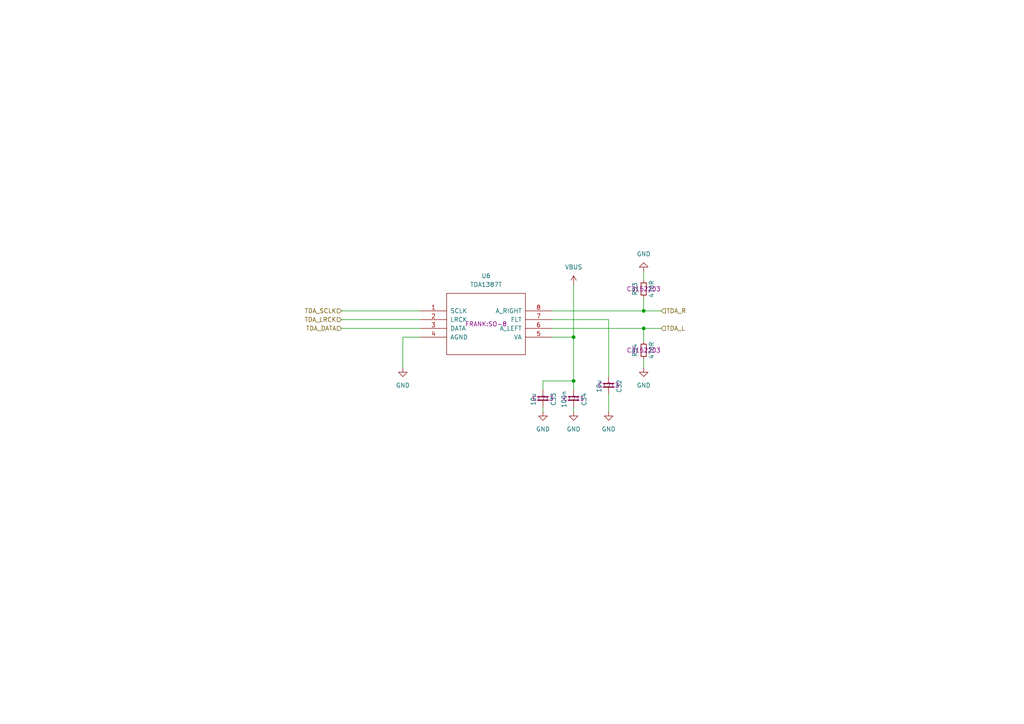
<source format=kicad_sch>
(kicad_sch (version 20250114) (generator "eeschema") (generator_version "9.0")
  (paper "A4")
  (title_block (title "MiniFRANK RM1") (date "2025-04-07") (rev "${VERSION}") (company "Mikhail Matveev") (comment 1 "https://github.com/xtremespb/frank"))
  (lib_symbols
    (symbol "Device:C_Small" (pin_numbers (hide yes)) (pin_names (offset 0.254) (hide yes))
      (property "Reference" "C" (at 0.254 1.778 0))
      (property "Value" "C_Small" (at 0.254 -2.032 0))
      (symbol "C_Small_0_1"
        (polyline (pts (xy -1.524 0.508) (xy 1.524 0.508)) (stroke (width 0.3048)))
        (polyline (pts (xy -1.524 -0.508) (xy 1.524 -0.508)) (stroke (width 0.3302)))
      )
      (symbol "C_Small_1_1"
        (pin passive line (at 0 2.54 270) (length 2.032) (name "~") (number "1"))
        (pin passive line (at 0 -2.54 90) (length 2.032) (name "~") (number "2"))
      )
    )
    (symbol "Device:R_Small" (pin_numbers (hide yes)) (pin_names (offset 0.254) (hide yes))
      (property "Reference" "R" (at 0.762 0.508 0))
      (property "Value" "R_Small" (at 0.762 -1.016 0))
      (symbol "R_Small_0_1"
        (rectangle (start -0.762 1.778) (end 0.762 -1.778) (stroke (width 0.2032)))
      )
      (symbol "R_Small_1_1"
        (pin passive line (at 0 2.54 270) (length 0.762) (name "~") (number "1"))
        (pin passive line (at 0 -2.54 90) (length 0.762) (name "~") (number "2"))
      )
    )
    (symbol "FRANK:TDA1387T" (pin_names (offset 1.016))
      (property "Reference" "TDA1" (at 0 13.97 0))
      (property "Value" "TDA1387T" (at 0 11.43 0))
      (symbol "TDA1387T_1_0"
        (rectangle (start -11.43 -8.89) (end 11.43 8.89))
      )
      (symbol "TDA1387T_1_1"
        (pin input line (at -19.05 3.81 0) (length 7.62) (name "SCLK") (number "1"))
        (pin input line (at -19.05 1.27 0) (length 7.62) (name "LRCK") (number "2"))
        (pin input line (at -19.05 -1.27 0) (length 7.62) (name "DATA") (number "3"))
        (pin input line (at -19.05 -3.81 0) (length 7.62) (name "AGND") (number "4"))
        (pin input line (at 19.05 3.81 180) (length 7.62) (name "A_RIGHT") (number "8"))
        (pin input line (at 19.05 1.27 180) (length 7.62) (name "FLT") (number "7"))
        (pin input line (at 19.05 -1.27 180) (length 7.62) (name "A_LEFT") (number "6"))
        (pin input line (at 19.05 -3.81 180) (length 7.62) (name "VA") (number "5"))
      )
    )
    (symbol "power:GND" (power) (pin_numbers (hide yes)) (pin_names (offset 0) (hide yes))
      (property "Value" "GND" (at 0 -3.81 0))
      (symbol "GND_0_1"
        (polyline (pts (xy 0 0) (xy 0 -1.27) (xy 1.27 -1.27) (xy 0 -2.54) (xy -1.27 -1.27) (xy 0 -1.27)))
      )
      (symbol "GND_1_1"
        (pin power_in line (at 0 0 270) (length 0) (name "~") (number "1"))
      )
    )
    (symbol "power:VBUS" (power) (pin_numbers (hide yes)) (pin_names (offset 0) (hide yes))
      (property "Value" "VBUS" (at 0 3.556 0))
      (symbol "VBUS_0_1"
        (polyline (pts (xy -0.762 1.27) (xy 0 2.54)))
        (polyline (pts (xy 0 2.54) (xy 0.762 1.27)))
        (polyline (pts (xy 0 0) (xy 0 2.54)))
      )
      (symbol "VBUS_1_1"
        (pin power_in line (at 0 0 90) (length 0) (name "~") (number "1"))
      )
    )
  )
  (junction (at 186.69 90.17))
  (junction (at 186.69 95.25))
  (junction (at 166.37 110.49))
  (junction (at 166.37 97.79))
  (wire (pts (xy 176.53 92.71) (xy 176.53 109.22)))
  (wire (pts (xy 186.69 90.17) (xy 191.77 90.17)))
  (wire (pts (xy 186.69 95.25) (xy 186.69 99.06)))
  (wire (pts (xy 160.02 97.79) (xy 166.37 97.79)))
  (wire (pts (xy 157.48 119.38) (xy 157.48 118.11)))
  (wire (pts (xy 186.69 78.74) (xy 186.69 81.28)))
  (wire (pts (xy 99.06 95.25) (xy 121.92 95.25)))
  (wire (pts (xy 157.48 110.49) (xy 166.37 110.49)))
  (wire (pts (xy 176.53 92.71) (xy 160.02 92.71)))
  (wire (pts (xy 166.37 118.11) (xy 166.37 119.38)))
  (wire (pts (xy 99.06 90.17) (xy 121.92 90.17)))
  (wire (pts (xy 116.84 97.79) (xy 116.84 106.68)))
  (wire (pts (xy 166.37 97.79) (xy 166.37 110.49)))
  (wire (pts (xy 186.69 95.25) (xy 191.77 95.25)))
  (wire (pts (xy 160.02 90.17) (xy 186.69 90.17)))
  (wire (pts (xy 166.37 82.55) (xy 166.37 97.79)))
  (wire (pts (xy 157.48 113.03) (xy 157.48 110.49)))
  (wire (pts (xy 121.92 97.79) (xy 116.84 97.79)))
  (wire (pts (xy 166.37 110.49) (xy 166.37 113.03)))
  (wire (pts (xy 99.06 92.71) (xy 121.92 92.71)))
  (wire (pts (xy 186.69 106.68) (xy 186.69 104.14)))
  (wire (pts (xy 186.69 86.36) (xy 186.69 90.17)))
  (wire (pts (xy 160.02 95.25) (xy 186.69 95.25)))
  (wire (pts (xy 176.53 119.38) (xy 176.53 114.3)))
  (hierarchical_label "TDA_LRCK" (shape input) (at 99.06 92.71 180))
  (hierarchical_label "TDA_R" (shape input) (at 191.77 90.17 0))
  (hierarchical_label "TDA_DATA" (shape input) (at 99.06 95.25 180))
  (hierarchical_label "TDA_SCLK" (shape input) (at 99.06 90.17 180))
  (hierarchical_label "TDA_L" (shape input) (at 191.77 95.25 0))
  (symbol (lib_id "power:VBUS") (at 166.37 82.55 0) (unit 1)
    (property "Reference" "#PWR076" (effects (hide yes)))
    (property "Value" "VBUS" (at 166.37 77.47 0))
    (property "Description" "Power symbol creates a global label with name \"VBUS\"" (effects (hide yes)))
  )
  (symbol (lib_id "FRANK:TDA1387T") (at 140.97 93.98 0) (unit 1)
    (property "Reference" "U6" (at 140.97 80.01 0))
    (property "Value" "TDA1387T" (at 140.97 82.55 0))
    (property "Footprint" "FRANK:SO-8" (at 140.97 93.98 0))
    (property "Datasheet" "http://www.datasheet.hk/view_download.php?id=1130619&file=0065%5Ctda1387_515565.pdf" (effects (hide yes)))
    (property "AliExpress" "https://www.aliexpress.com/item/32995595000.html" (effects (hide yes)))
  )
  (symbol (lib_id "Device:C_Small") (at 166.37 115.57 0) (unit 1)
    (property "Reference" "C34" (at 169.418 115.824 90))
    (property "Value" "100n" (at 163.576 115.824 90))
    (property "Footprint" "FRANK:Capacitor (0805)" (effects (hide yes)))
    (property "Datasheet" "https://eu.mouser.com/datasheet/2/40/KGM_X7R-3223212.pdf" (effects (hide yes)))
    (property "Description" "Unpolarized capacitor, small symbol" (effects (hide yes)))
    (property "AliExpress" "https://www.aliexpress.com/item/33008008276.html" (effects (hide yes)))
    (property "LCSC" "C1711" (at 166.37 115.57 0))
  )
  (symbol (lib_id "Device:R_Small") (at 186.69 101.6 180) (unit 1)
    (property "Reference" "R54" (at 184.15 101.6 90))
    (property "Value" "470R" (at 188.976 101.6 90))
    (property "Footprint" "FRANK:Resistor (0805)" (effects (hide yes)))
    (property "Datasheet" "https://www.vishay.com/docs/28952/mcs0402at-mct0603at-mcu0805at-mca1206at.pdf" (effects (hide yes)))
    (property "Description" "Resistor, small symbol" (effects (hide yes)))
    (property "AliExpress" "https://www.aliexpress.com/item/1005005945735199.html" (effects (hide yes)))
    (property "LCSC" "C3152203" (at 186.69 101.6 0))
  )
  (symbol (lib_id "power:GND") (at 186.69 106.68 0) (unit 1)
    (property "Reference" "#PWR078" (effects (hide yes)))
    (property "Value" "GND" (at 186.69 111.76 0))
    (property "Description" "Power symbol creates a global label with name \"GND\" , ground" (effects (hide yes)))
  )
  (symbol (lib_id "power:GND") (at 186.69 78.74 180) (unit 1)
    (property "Reference" "#PWR075" (effects (hide yes)))
    (property "Value" "GND" (at 186.69 73.66 0))
    (property "Description" "Power symbol creates a global label with name \"GND\" , ground" (effects (hide yes)))
  )
  (symbol (lib_id "Device:R_Small") (at 186.69 83.82 180) (unit 1)
    (property "Reference" "R53" (at 184.15 83.82 90))
    (property "Value" "470R" (at 188.976 83.82 90))
    (property "Footprint" "FRANK:Resistor (0805)" (effects (hide yes)))
    (property "Datasheet" "https://www.vishay.com/docs/28952/mcs0402at-mct0603at-mcu0805at-mca1206at.pdf" (effects (hide yes)))
    (property "Description" "Resistor, small symbol" (effects (hide yes)))
    (property "AliExpress" "https://www.aliexpress.com/item/1005005945735199.html" (effects (hide yes)))
    (property "LCSC" "C3152203" (at 186.69 83.82 0))
  )
  (symbol (lib_id "power:GND") (at 116.84 106.68 0) (unit 1)
    (property "Reference" "#PWR077" (effects (hide yes)))
    (property "Value" "GND" (at 116.84 111.76 0))
    (property "Description" "Power symbol creates a global label with name \"GND\" , ground" (effects (hide yes)))
  )
  (symbol (lib_id "power:GND") (at 166.37 119.38 0) (unit 1)
    (property "Reference" "#PWR080" (effects (hide yes)))
    (property "Value" "GND" (at 166.37 124.46 0))
    (property "Description" "Power symbol creates a global label with name \"GND\" , ground" (effects (hide yes)))
  )
  (symbol (lib_id "Device:C_Small") (at 176.53 111.76 0) (unit 1)
    (property "Reference" "C32" (at 179.578 112.014 90))
    (property "Value" "10u" (at 173.736 112.014 90))
    (property "Footprint" "FRANK:Capacitor (0805)" (effects (hide yes)))
    (property "Datasheet" "https://eu.mouser.com/datasheet/2/40/KGM_X7R-3223212.pdf" (effects (hide yes)))
    (property "Description" "Unpolarized capacitor, small symbol" (effects (hide yes)))
    (property "AliExpress" "https://www.aliexpress.com/item/33008008276.html" (effects (hide yes)))
    (property "LCSC" "C1713" (at 176.53 111.76 0))
  )
  (symbol (lib_id "power:GND") (at 157.48 119.38 0) (unit 1)
    (property "Reference" "#PWR079" (effects (hide yes)))
    (property "Value" "GND" (at 157.48 124.46 0))
    (property "Description" "Power symbol creates a global label with name \"GND\" , ground" (effects (hide yes)))
  )
  (symbol (lib_id "Device:C_Small") (at 157.48 115.57 0) (unit 1)
    (property "Reference" "C33" (at 160.528 115.824 90))
    (property "Value" "10u" (at 154.686 115.824 90))
    (property "Footprint" "FRANK:Capacitor (0805)" (effects (hide yes)))
    (property "Datasheet" "https://eu.mouser.com/datasheet/2/40/KGM_X7R-3223212.pdf" (effects (hide yes)))
    (property "Description" "Unpolarized capacitor, small symbol" (effects (hide yes)))
    (property "AliExpress" "https://www.aliexpress.com/item/33008008276.html" (effects (hide yes)))
    (property "LCSC" "C1713" (at 157.48 115.57 0))
  )
  (symbol (lib_id "power:GND") (at 176.53 119.38 0) (unit 1)
    (property "Reference" "#PWR081" (effects (hide yes)))
    (property "Value" "GND" (at 176.53 124.46 0))
    (property "Description" "Power symbol creates a global label with name \"GND\" , ground" (effects (hide yes)))
  )
)
</source>
